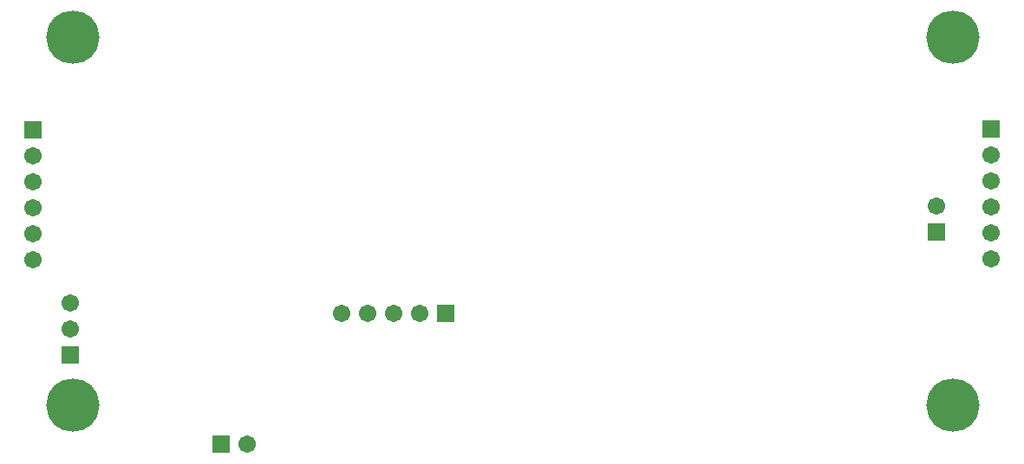
<source format=gbs>
G04*
G04 #@! TF.GenerationSoftware,Altium Limited,Altium Designer,21.0.8 (223)*
G04*
G04 Layer_Color=16711935*
%FSLAX25Y25*%
%MOIN*%
G70*
G04*
G04 #@! TF.SameCoordinates,A399C05B-B16C-483E-863C-B068B867FB55*
G04*
G04*
G04 #@! TF.FilePolarity,Negative*
G04*
G01*
G75*
%ADD111R,0.06706X0.06706*%
%ADD112C,0.06706*%
%ADD113C,0.20485*%
%ADD114R,0.06706X0.06706*%
D111*
X331980Y66710D02*
D03*
X-758Y19258D02*
D03*
X352990Y106400D02*
D03*
X-15140Y106170D02*
D03*
D112*
X331980Y76710D02*
D03*
X133368Y35438D02*
D03*
X123368D02*
D03*
X113368D02*
D03*
X103368D02*
D03*
X-758Y39258D02*
D03*
Y29258D02*
D03*
X352990Y56400D02*
D03*
Y66400D02*
D03*
Y76400D02*
D03*
Y86400D02*
D03*
Y96400D02*
D03*
X-15140Y56170D02*
D03*
Y66170D02*
D03*
Y76170D02*
D03*
Y86170D02*
D03*
Y96170D02*
D03*
X67028Y-15012D02*
D03*
D113*
X338583Y0D02*
D03*
Y141732D02*
D03*
X0D02*
D03*
Y0D02*
D03*
D114*
X143368Y35438D02*
D03*
X57028Y-15012D02*
D03*
M02*

</source>
